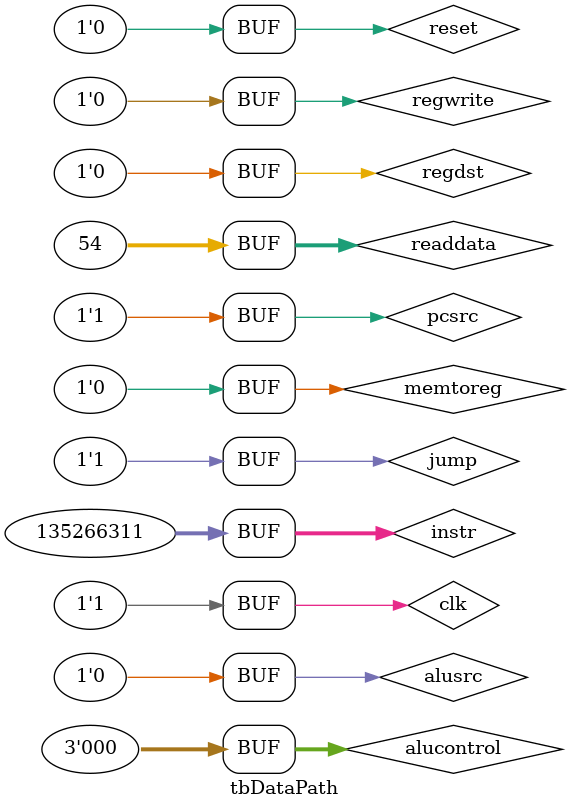
<source format=sv>
module tbDataPath();
    logic clk, reset, memtoreg, pcsrc, alusrc, regdst, regwrite, jump;
    logic [2:0] alucontrol;
    logic zero;
    logic [31:0] pc, instr, aluout, writedata, readdata;
    
    datapath UT(clk, reset, memtoreg, pcsrc, alusrc, regdst,regwrite, jump, alucontrol, zero, pc, instr, aluout, writedata, readdata);
    
    initial
    begin
    clk=1; reset=1; 
    {regwrite,regdst,alusrc,memtoreg,pcsrc,alucontrol,jump}=9'bxxxxxxxxx;
    readdata=32'd54;
    #5 clk=0; reset=0; instr=32'h2010000a; {regwrite,regdst,alusrc,memtoreg,pcsrc,alucontrol,jump}=9'b101000100; //addi $s0,$0,10  
    
    #5 clk=1; 
    
    #5 clk=0; instr=32'h2011000f; {regwrite,regdst,alusrc,memtoreg,pcsrc,alucontrol,jump}=9'b101000100; //addi $s1,$0,15  
    #5 clk=1;
    
    #5 clk=0; instr=32'h02114020; {regwrite,regdst,alusrc,memtoreg,pcsrc,alucontrol,jump}=9'b110000100; //add $t0, $s0,$s1
    #5 clk=1; 
    
    #5 clk=0; instr=32'h02304022; {regwrite,regdst,alusrc,memtoreg,pcsrc,alucontrol,jump}=9'b110001100;//sub $t0,$s1,$s0
    #5 clk=1; 
    
    #5 clk=0; instr=32'h02114024; {regwrite,regdst,alusrc,memtoreg,pcsrc,alucontrol,jump}=9'b110000000;//and $t0, $s0,$s1
    #5 clk=1; 
    
    #5 clk=0; instr=32'h02114025; {regwrite,regdst,alusrc,memtoreg,pcsrc,alucontrol,jump}=9'b110000010;//or $t0, $s0,$s1
    #5 clk=1; 
    
    #5 clk=0; instr=32'h8e09000a; {regwrite,regdst,alusrc,memtoreg,pcsrc,alucontrol,jump}=9'b101100100;//back: lw $t1, 10($s0) 100011,10000,01001,0000000000001010
    #5 clk=1; 
    
    #5 clk=0; instr=32'hae29000a; {regwrite,regdst,alusrc,memtoreg,pcsrc,alucontrol,jump}=9'b001000100;//next: sw $t1, 10($s1)
    #5 clk=1; 
    
    #5 clk=0; instr=32'h1211fffd; {regwrite,regdst,alusrc,memtoreg,pcsrc,alucontrol,jump}=9'b000001100;//beq $s0,$s1,back
    #5 clk=1; 
    
    #5 clk=0; instr=32'h2010000f; {regwrite,regdst,alusrc,memtoreg,pcsrc,alucontrol,jump}=9'b101000100;//addi $s0, $0,15
    #5 clk=1; 
    
    #5 clk=0; instr=32'h1211fffd; {regwrite,regdst,alusrc,memtoreg,pcsrc,alucontrol,jump}=9'b000011100;//beq $s0,$s1,back
    #5 clk=1;
    
    #5 clk=0; 
    #5 clk=1; 
    
    #5 clk=0; instr=32'h08100007; {regwrite,regdst,alusrc,memtoreg,pcsrc,alucontrol,jump}=9'b000010001;//j next
    #5 clk=1;
    
    #5 clk=0; 
    #5 clk=1; 
    end
endmodule

</source>
